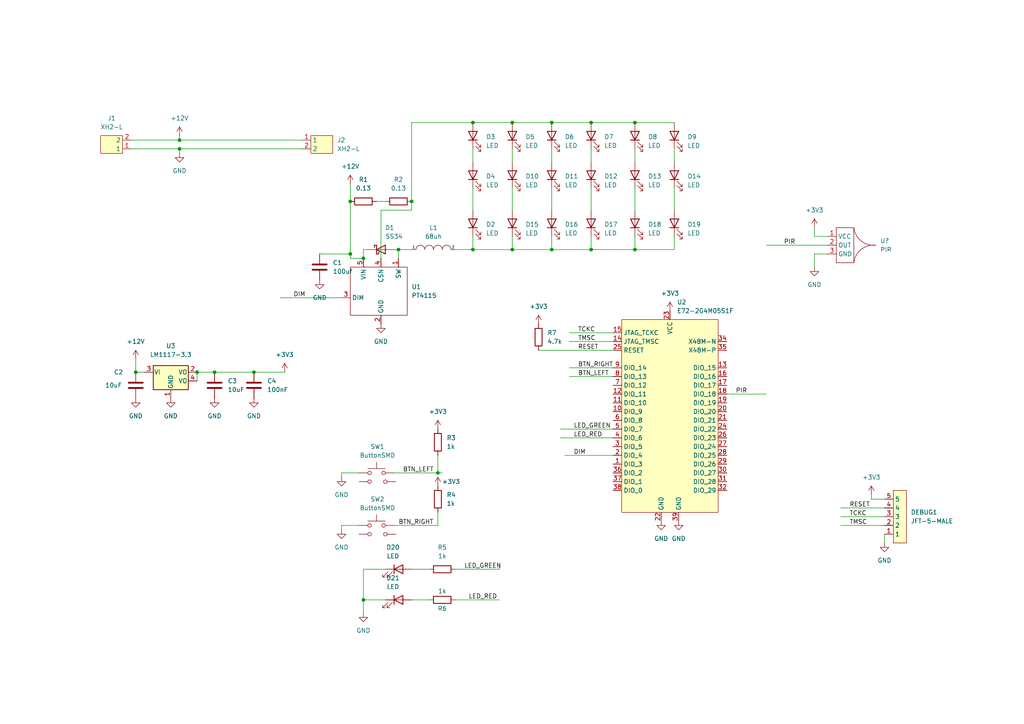
<source format=kicad_sch>
(kicad_sch (version 20211123) (generator eeschema)
  (paper "A4")
  (lib_symbols
    (symbol "Device:C" (pin_numbers hide) (pin_names (offset 0.254))
      (property "Reference" "C" (at 0.635 2.54 0))
      (property "Value" "C" (at 0.635 -2.54 0))
      (symbol "C_0_1"
        (polyline (pts (xy -2.032 -0.762) (xy 2.032 -0.762)) (stroke (width 0.508)))
        (polyline (pts (xy -2.032 0.762) (xy 2.032 0.762)) (stroke (width 0.508)))
      )
      (symbol "C_1_1"
        (pin passive line (at 0 3.81 270) (length 2.794) (name "~") (number "1"))
        (pin passive line (at 0 -3.81 90) (length 2.794) (name "~") (number "2"))
      )
    )
    (symbol "Device:LED" (pin_numbers hide) (pin_names (offset 1.016) hide)
      (property "Reference" "D" (at 0 2.54 0))
      (property "Value" "LED" (at 0 -2.54 0))
      (symbol "LED_0_1"
        (polyline (pts (xy -1.27 -1.27) (xy -1.27 1.27)) (stroke (width 0.254)))
        (polyline (pts (xy -1.27 0) (xy 1.27 0)))
        (polyline (pts (xy 1.27 -1.27) (xy 1.27 1.27) (xy -1.27 0) (xy 1.27 -1.27)) (stroke (width 0.254)))
        (polyline (pts (xy -3.048 -0.762) (xy -4.572 -2.286) (xy -3.81 -2.286) (xy -4.572 -2.286) (xy -4.572 -1.524)))
        (polyline (pts (xy -1.778 -0.762) (xy -3.302 -2.286) (xy -2.54 -2.286) (xy -3.302 -2.286) (xy -3.302 -1.524)))
      )
      (symbol "LED_1_1"
        (pin passive line (at -3.81 0 0) (length 2.54) (name "K") (number "1"))
        (pin passive line (at 3.81 0 180) (length 2.54) (name "A") (number "2"))
      )
    )
    (symbol "Device:R" (pin_numbers hide) (pin_names (offset 0))
      (property "Reference" "R" (at 2.032 0 90))
      (property "Value" "R" (at 0 0 90))
      (symbol "R_0_1"
        (rectangle (start -1.016 -2.54) (end 1.016 2.54) (stroke (width 0.254)))
      )
      (symbol "R_1_1"
        (pin passive line (at 0 3.81 270) (length 1.27) (name "~") (number "1"))
        (pin passive line (at 0 -3.81 90) (length 1.27) (name "~") (number "2"))
      )
    )
    (symbol "custom:ButtonSMD" (pin_numbers hide) (pin_names (offset 1.016) hide)
      (property "Reference" "SW" (at 1.27 2.54 0))
      (property "Value" "ButtonSMD" (at 0 -1.524 0))
      (symbol "ButtonSMD_0_1"
        (circle (center -2.032 -2.54) (radius 0.508))
        (circle (center -2.032 0) (radius 0.508))
        (polyline (pts (xy 0 1.27) (xy 0 3.048)))
        (polyline (pts (xy 2.54 1.27) (xy -2.54 1.27)))
        (circle (center 2.032 0) (radius 0.508))
        (circle (center 2.54 -2.54) (radius 0.508))
        (pin passive line (at -5.08 0 0) (length 2.54) (name "1") (number "1"))
        (pin passive line (at 5.08 0 180) (length 2.54) (name "2") (number "2"))
        (pin passive line (at -5.08 -2.54 0) (length 2.54) (name "1") (number "3"))
        (pin passive line (at 5.588 -2.54 180) (length 2.54) (name "2") (number "4"))
      )
    )
    (symbol "custom:E72-2G4M05S1F"
      (property "Reference" "U" (at -17.78 -10.16 0))
      (property "Value" "E72-2G4M05S1F" (at -19.05 -12.7 0))
      (symbol "E72-2G4M05S1F_0_1"
        (rectangle (start -12.7 45.72) (end 15.24 -10.16) (fill (type background)))
      )
      (symbol "E72-2G4M05S1F_1_1"
        (pin bidirectional line (at -15.24 3.81 0) (length 2.54) (name "DIO_3") (number "1"))
        (pin bidirectional line (at -15.24 19.05 0) (length 2.54) (name "DIO_9") (number "10"))
        (pin bidirectional line (at -15.24 21.59 0) (length 2.54) (name "DIO_10") (number "11"))
        (pin bidirectional line (at -15.24 24.13 0) (length 2.54) (name "DIO_11") (number "12"))
        (pin bidirectional line (at 17.78 31.75 180) (length 2.54) (name "DIO_15") (number "13"))
        (pin bidirectional line (at -15.24 39.37 0) (length 2.54) (name "JTAG_TMSC") (number "14"))
        (pin input line (at -15.24 41.91 0) (length 2.54) (name "JTAG_TCKC") (number "15"))
        (pin bidirectional line (at 17.78 29.21 180) (length 2.54) (name "DIO_16") (number "16"))
        (pin bidirectional line (at 17.78 26.67 180) (length 2.54) (name "DIO_17") (number "17"))
        (pin bidirectional line (at 17.78 24.13 180) (length 2.54) (name "DIO_18") (number "18"))
        (pin bidirectional line (at 17.78 21.59 180) (length 2.54) (name "DIO_19") (number "19"))
        (pin bidirectional line (at -15.24 6.35 0) (length 2.54) (name "DIO_4") (number "2"))
        (pin bidirectional line (at 17.78 19.05 180) (length 2.54) (name "DIO_20") (number "20"))
        (pin bidirectional line (at 17.78 16.51 180) (length 2.54) (name "DIO_21") (number "21"))
        (pin power_in line (at -1.27 -12.7 90) (length 2.54) (name "GND") (number "22"))
        (pin power_in line (at 1.27 48.26 270) (length 2.54) (name "VCC") (number "23"))
        (pin bidirectional line (at 17.78 13.97 180) (length 2.54) (name "DIO_22") (number "24"))
        (pin input line (at -15.24 36.83 0) (length 2.54) (name "RESET") (number "25"))
        (pin bidirectional line (at 17.78 11.43 180) (length 2.54) (name "DIO_23") (number "26"))
        (pin bidirectional line (at 17.78 8.89 180) (length 2.54) (name "DIO_24") (number "27"))
        (pin bidirectional line (at 17.78 6.35 180) (length 2.54) (name "DIO_25") (number "28"))
        (pin bidirectional line (at 17.78 3.81 180) (length 2.54) (name "DIO_26") (number "29"))
        (pin bidirectional line (at -15.24 8.89 0) (length 2.54) (name "DIO_5") (number "3"))
        (pin bidirectional line (at 17.78 1.27 180) (length 2.54) (name "DIO_27") (number "30"))
        (pin bidirectional line (at 17.78 -1.27 180) (length 2.54) (name "DIO_28") (number "31"))
        (pin bidirectional line (at 17.78 -3.81 180) (length 2.54) (name "DIO_29") (number "32"))
        (pin input line (at 17.78 39.37 180) (length 2.54) (name "X48M-N") (number "34"))
        (pin input line (at 17.78 36.83 180) (length 2.54) (name "X48M-P") (number "35"))
        (pin bidirectional line (at -15.24 1.27 0) (length 2.54) (name "DIO_2") (number "36"))
        (pin bidirectional line (at -15.24 -1.27 0) (length 2.54) (name "DIO_1") (number "37"))
        (pin bidirectional line (at -15.24 -3.81 0) (length 2.54) (name "DIO_0") (number "38"))
        (pin input line (at 3.81 -12.7 90) (length 2.54) (name "GND") (number "39"))
        (pin bidirectional line (at -15.24 11.43 0) (length 2.54) (name "DIO_6") (number "4"))
        (pin bidirectional line (at -15.24 13.97 0) (length 2.54) (name "DIO_7") (number "5"))
        (pin bidirectional line (at -15.24 16.51 0) (length 2.54) (name "DIO_8") (number "6"))
        (pin bidirectional line (at -15.24 26.67 0) (length 2.54) (name "DIO_12") (number "7"))
        (pin bidirectional line (at -15.24 29.21 0) (length 2.54) (name "DIO_13") (number "8"))
        (pin bidirectional line (at -15.24 31.75 0) (length 2.54) (name "DIO_14") (number "9"))
      )
    )
    (symbol "custom:JFT-5-MALE"
      (property "Reference" "J" (at 3.81 16.51 0))
      (property "Value" "JFT-5-MALE" (at 6.35 -1.27 0))
      (symbol "JFT-5-MALE_0_1"
        (rectangle (start 2.54 15.24) (end 6.35 0) (fill (type background)))
      )
      (symbol "JFT-5-MALE_1_1"
        (pin passive line (at 0 2.54 0) (length 2.54) (name "1") (number "1"))
        (pin passive line (at 0 5.08 0) (length 2.54) (name "2") (number "2"))
        (pin passive line (at 0 7.62 0) (length 2.54) (name "3") (number "3"))
        (pin passive line (at 0 10.16 0) (length 2.54) (name "4") (number "4"))
        (pin passive line (at 0 12.7 0) (length 2.54) (name "5") (number "5"))
      )
    )
    (symbol "custom:LM1117-3.3" (pin_names (offset 0.254))
      (property "Reference" "U2" (at 0 7.62 0))
      (property "Value" "LM1117-3.3" (at 0 5.08 0))
      (symbol "LM1117-3.3_0_0"
        (pin passive line (at 7.62 -2.54 180) (length 2.54) (name "VO") (number "4"))
      )
      (symbol "LM1117-3.3_0_1"
        (rectangle (start -5.08 -5.08) (end 5.08 1.905) (stroke (width 0.254)) (fill (type background)))
      )
      (symbol "LM1117-3.3_1_1"
        (pin power_in line (at 0 -7.62 90) (length 2.54) (name "GND") (number "1"))
        (pin power_out line (at 7.62 0 180) (length 2.54) (name "VO") (number "2"))
        (pin power_in line (at -7.62 0 0) (length 2.54) (name "VI") (number "3"))
      )
    )
    (symbol "custom:PIR"
      (property "Reference" "U" (at -2.54 6.35 0))
      (property "Value" "PIR" (at 3.81 0 0))
      (symbol "PIR_0_1"
        (rectangle (start -3.81 5.08) (end 1.27 -5.08))
        (arc (start 1.27 5.08) (mid -1.6871 -5.1251) (end 7.62 0))
        (arc (start 7.62 0) (mid -1.6871 5.1251) (end 1.27 -5.08))
      )
      (symbol "PIR_1_1"
        (pin power_in line (at -6.35 2.54 0) (length 2.54) (name "VCC") (number "1"))
        (pin output line (at -6.35 0 0) (length 2.54) (name "OUT") (number "2"))
        (pin power_in line (at -6.35 -2.54 0) (length 2.54) (name "GND") (number "3"))
      )
    )
    (symbol "custom:PT4115"
      (property "Reference" "U" (at 8.89 -1.27 0))
      (property "Value" "PT4115" (at 0 1.27 0))
      (symbol "PT4115_0_1"
        (rectangle (start -8.89 7.62) (end 7.62 -6.35))
      )
      (symbol "PT4115_1_1"
        (pin bidirectional line (at 5.08 10.16 270) (length 2.54) (name "SW") (number "1"))
        (pin input line (at 0 -8.89 90) (length 2.54) (name "GND") (number "2"))
        (pin input line (at -11.43 -1.27 0) (length 2.54) (name "DIM") (number "3"))
        (pin bidirectional line (at 0 10.16 270) (length 2.54) (name "CSN") (number "4"))
        (pin input line (at -5.08 10.16 270) (length 2.54) (name "VIN") (number "5"))
      )
    )
    (symbol "custom:SS34" (pin_numbers hide) (pin_names (offset 1.016) hide)
      (property "Reference" "D" (at 0 2.54 0))
      (property "Value" "SS34" (at 0 -2.54 0))
      (symbol "SS34_0_1"
        (polyline (pts (xy 1.27 0) (xy -1.27 0)))
        (polyline (pts (xy 1.27 1.27) (xy 1.27 -1.27) (xy -1.27 0) (xy 1.27 1.27)) (stroke (width 0.254)))
        (polyline (pts (xy -1.905 0.635) (xy -1.905 1.27) (xy -1.27 1.27) (xy -1.27 -1.27) (xy -0.635 -1.27) (xy -0.635 -0.635)) (stroke (width 0.254)))
      )
      (symbol "SS34_1_1"
        (pin passive line (at -3.81 0 0) (length 2.54) (name "K") (number "1"))
        (pin passive line (at 3.81 0 180) (length 2.54) (name "A") (number "2"))
      )
    )
    (symbol "custom:XH2-L"
      (property "Reference" "J" (at 1.27 7.62 0))
      (property "Value" "XH2-L" (at 0 0 0))
      (symbol "XH2-L_0_1"
        (rectangle (start 0 6.35) (end 6.35 1.27) (fill (type background)))
      )
      (symbol "XH2-L_1_1"
        (pin input line (at -2.54 5.08 0) (length 2.54) (name "1") (number "1"))
        (pin input line (at -2.54 2.54 0) (length 2.54) (name "2") (number "2"))
      )
    )
    (symbol "power:+12V" (power) (pin_names (offset 0))
      (property "Value" "+12V" (at 0 3.556 0))
      (symbol "+12V_0_1"
        (polyline (pts (xy -0.762 1.27) (xy 0 2.54)))
        (polyline (pts (xy 0 0) (xy 0 2.54)))
        (polyline (pts (xy 0 2.54) (xy 0.762 1.27)))
      )
      (symbol "+12V_1_1"
        (pin power_in line (at 0 0 90) (length 0) hide (name "+12V") (number "1"))
      )
    )
    (symbol "power:+3.3V" (power) (pin_names (offset 0))
      (property "Value" "+3.3V" (at 0 3.556 0))
      (symbol "+3.3V_0_1"
        (polyline (pts (xy -0.762 1.27) (xy 0 2.54)))
        (polyline (pts (xy 0 0) (xy 0 2.54)))
        (polyline (pts (xy 0 2.54) (xy 0.762 1.27)))
      )
      (symbol "+3.3V_1_1"
        (pin power_in line (at 0 0 90) (length 0) hide (name "+3V3") (number "1"))
      )
    )
    (symbol "power:GND" (power) (pin_names (offset 0))
      (property "Value" "GND" (at 0 -3.81 0))
      (symbol "GND_0_1"
        (polyline (pts (xy 0 0) (xy 0 -1.27) (xy 1.27 -1.27) (xy 0 -2.54) (xy -1.27 -1.27) (xy 0 -1.27)))
      )
      (symbol "GND_1_1"
        (pin power_in line (at 0 0 270) (length 0) hide (name "GND") (number "1"))
      )
    )
    (symbol "pspice:INDUCTOR" (pin_numbers hide) (pin_names (offset 0))
      (property "Reference" "L" (at 0 2.54 0))
      (property "Value" "INDUCTOR" (at 0 -1.27 0))
      (symbol "INDUCTOR_0_1"
        (arc (start -2.54 0) (mid -3.81 1.27) (end -5.08 0))
        (arc (start 0 0) (mid -1.27 1.27) (end -2.54 0))
        (arc (start 2.54 0) (mid 1.27 1.27) (end 0 0))
        (arc (start 5.08 0) (mid 3.81 1.27) (end 2.54 0))
      )
      (symbol "INDUCTOR_1_1"
        (pin input line (at -6.35 0 0) (length 1.27) (name "1") (number "1"))
        (pin input line (at 6.35 0 180) (length 1.27) (name "2") (number "2"))
      )
    )
  )
  (junction (at 160.02 35.56))
  (junction (at 171.45 72.39))
  (junction (at 127 137.16))
  (junction (at 115.57 72.39))
  (junction (at 119.38 58.42))
  (junction (at 101.6 73.66))
  (junction (at 137.16 35.56))
  (junction (at 105.41 173.99))
  (junction (at 148.59 35.56))
  (junction (at 184.15 35.56))
  (junction (at 62.23 107.95))
  (junction (at 73.66 107.95))
  (junction (at 148.59 72.39))
  (junction (at 105.41 74.93))
  (junction (at 52.07 43.18))
  (junction (at 137.16 72.39))
  (junction (at 160.02 72.39))
  (junction (at 171.45 35.56))
  (junction (at 39.37 107.95))
  (junction (at 52.07 40.64))
  (junction (at 57.15 107.95))
  (junction (at 184.15 72.39))
  (junction (at 101.6 58.42))
  (wire (pts (xy 127 132.08) (xy 127 137.16)))
  (wire (pts (xy 195.58 72.39) (xy 195.58 68.58)))
  (wire (pts (xy 160.02 72.39) (xy 160.02 68.58)))
  (wire (pts (xy 195.58 43.18) (xy 195.58 46.99)))
  (wire (pts (xy 256.54 144.78) (xy 252.73 144.78)))
  (wire (pts (xy 243.84 147.32) (xy 256.54 147.32)))
  (wire (pts (xy 111.76 173.99) (xy 105.41 173.99)))
  (wire (pts (xy 148.59 72.39) (xy 160.02 72.39)))
  (wire (pts (xy 41.91 107.95) (xy 39.37 107.95)))
  (wire (pts (xy 171.45 72.39) (xy 171.45 68.58)))
  (wire (pts (xy 119.38 58.42) (xy 119.38 60.96)))
  (wire (pts (xy 73.66 107.95) (xy 82.55 107.95)))
  (wire (pts (xy 132.08 165.1) (xy 144.78 165.1)))
  (wire (pts (xy 137.16 72.39) (xy 137.16 68.58)))
  (wire (pts (xy 101.6 74.93) (xy 105.41 74.93)))
  (wire (pts (xy 162.56 127) (xy 177.8 127)))
  (wire (pts (xy 39.37 107.95) (xy 39.37 104.14)))
  (wire (pts (xy 110.49 74.93) (xy 110.49 60.96)))
  (wire (pts (xy 171.45 35.56) (xy 184.15 35.56)))
  (wire (pts (xy 184.15 72.39) (xy 184.15 68.58)))
  (wire (pts (xy 101.6 58.42) (xy 101.6 73.66)))
  (wire (pts (xy 106.68 72.39) (xy 105.41 72.39)))
  (wire (pts (xy 110.49 60.96) (xy 119.38 60.96)))
  (wire (pts (xy 104.14 152.4) (xy 99.06 152.4)))
  (wire (pts (xy 111.76 165.1) (xy 105.41 165.1)))
  (wire (pts (xy 165.1 96.52) (xy 177.8 96.52)))
  (wire (pts (xy 109.22 58.42) (xy 111.76 58.42)))
  (wire (pts (xy 52.07 40.64) (xy 87.63 40.64)))
  (wire (pts (xy 184.15 43.18) (xy 184.15 46.99)))
  (wire (pts (xy 165.1 109.22) (xy 177.8 109.22)))
  (wire (pts (xy 119.38 173.99) (xy 124.46 173.99)))
  (wire (pts (xy 127 137.16) (xy 128.27 137.16)))
  (wire (pts (xy 101.6 73.66) (xy 101.6 74.93)))
  (wire (pts (xy 144.78 163.83) (xy 144.78 165.1)))
  (wire (pts (xy 105.41 72.39) (xy 105.41 74.93)))
  (wire (pts (xy 115.57 72.39) (xy 119.38 72.39)))
  (wire (pts (xy 114.3 152.4) (xy 127 152.4)))
  (wire (pts (xy 240.03 73.66) (xy 236.22 73.66)))
  (wire (pts (xy 171.45 43.18) (xy 171.45 46.99)))
  (wire (pts (xy 137.16 72.39) (xy 148.59 72.39)))
  (wire (pts (xy 57.15 107.95) (xy 57.15 110.49)))
  (wire (pts (xy 243.84 152.4) (xy 256.54 152.4)))
  (wire (pts (xy 165.1 106.68) (xy 177.8 106.68)))
  (wire (pts (xy 160.02 72.39) (xy 171.45 72.39)))
  (wire (pts (xy 119.38 35.56) (xy 119.38 58.42)))
  (wire (pts (xy 243.84 149.86) (xy 256.54 149.86)))
  (wire (pts (xy 92.71 73.66) (xy 101.6 73.66)))
  (wire (pts (xy 137.16 54.61) (xy 137.16 60.96)))
  (wire (pts (xy 115.57 72.39) (xy 115.57 74.93)))
  (wire (pts (xy 104.14 137.16) (xy 99.06 137.16)))
  (wire (pts (xy 195.58 54.61) (xy 195.58 60.96)))
  (wire (pts (xy 148.59 35.56) (xy 160.02 35.56)))
  (wire (pts (xy 184.15 54.61) (xy 184.15 60.96)))
  (wire (pts (xy 114.3 137.16) (xy 127 137.16)))
  (wire (pts (xy 252.73 144.78) (xy 252.73 143.51)))
  (wire (pts (xy 38.1 43.18) (xy 52.07 43.18)))
  (wire (pts (xy 137.16 43.18) (xy 137.16 46.99)))
  (wire (pts (xy 160.02 43.18) (xy 160.02 46.99)))
  (wire (pts (xy 156.21 101.6) (xy 177.8 101.6)))
  (wire (pts (xy 148.59 43.18) (xy 148.59 46.99)))
  (wire (pts (xy 163.83 132.08) (xy 177.8 132.08)))
  (wire (pts (xy 119.38 165.1) (xy 124.46 165.1)))
  (wire (pts (xy 52.07 39.37) (xy 52.07 40.64)))
  (wire (pts (xy 101.6 53.34) (xy 101.6 58.42)))
  (wire (pts (xy 222.25 71.12) (xy 240.03 71.12)))
  (wire (pts (xy 52.07 43.18) (xy 52.07 44.45)))
  (wire (pts (xy 165.1 99.06) (xy 177.8 99.06)))
  (wire (pts (xy 210.82 114.3) (xy 222.25 114.3)))
  (wire (pts (xy 184.15 35.56) (xy 195.58 35.56)))
  (wire (pts (xy 81.28 86.36) (xy 99.06 86.36)))
  (wire (pts (xy 127 148.59) (xy 127 152.4)))
  (wire (pts (xy 137.16 35.56) (xy 148.59 35.56)))
  (wire (pts (xy 38.1 40.64) (xy 52.07 40.64)))
  (wire (pts (xy 236.22 68.58) (xy 236.22 66.04)))
  (wire (pts (xy 171.45 54.61) (xy 171.45 60.96)))
  (wire (pts (xy 52.07 43.18) (xy 87.63 43.18)))
  (wire (pts (xy 137.16 35.56) (xy 119.38 35.56)))
  (wire (pts (xy 184.15 72.39) (xy 195.58 72.39)))
  (wire (pts (xy 114.3 72.39) (xy 115.57 72.39)))
  (wire (pts (xy 57.15 107.95) (xy 62.23 107.95)))
  (wire (pts (xy 132.08 72.39) (xy 137.16 72.39)))
  (wire (pts (xy 132.08 173.99) (xy 144.78 173.99)))
  (wire (pts (xy 99.06 137.16) (xy 99.06 138.43)))
  (wire (pts (xy 148.59 54.61) (xy 148.59 60.96)))
  (wire (pts (xy 105.41 165.1) (xy 105.41 173.99)))
  (wire (pts (xy 99.06 152.4) (xy 99.06 153.67)))
  (wire (pts (xy 256.54 154.94) (xy 256.54 157.48)))
  (wire (pts (xy 171.45 72.39) (xy 184.15 72.39)))
  (wire (pts (xy 148.59 72.39) (xy 148.59 68.58)))
  (wire (pts (xy 105.41 173.99) (xy 105.41 177.8)))
  (wire (pts (xy 236.22 73.66) (xy 236.22 77.47)))
  (wire (pts (xy 62.23 107.95) (xy 73.66 107.95)))
  (wire (pts (xy 160.02 54.61) (xy 160.02 60.96)))
  (wire (pts (xy 240.03 68.58) (xy 236.22 68.58)))
  (wire (pts (xy 162.56 124.46) (xy 177.8 124.46)))
  (wire (pts (xy 160.02 35.56) (xy 171.45 35.56)))
  (label "RESET" (at 246.38 147.32 0))
  (label "RESET" (at 167.64 101.6 0))
  (label "PIR" (at 213.36 114.3 0))
  (label "BTN_RIGHT" (at 115.57 152.4 0))
  (label "TMSC" (at 167.64 99.06 0))
  (label "LED_GREEN" (at 134.62 165.1 0))
  (label "LED_GREEN" (at 166.37 124.46 0))
  (label "DIM" (at 166.37 132.08 0))
  (label "TCKC" (at 246.38 149.86 0))
  (label "BTN_LEFT" (at 116.84 137.16 0))
  (label "BTN_RIGHT" (at 167.64 106.68 0))
  (label "PIR" (at 227.33 71.12 0))
  (label "BTN_LEFT" (at 167.64 109.22 0))
  (label "TCKC" (at 167.64 96.52 0))
  (label "LED_RED" (at 166.37 127 0))
  (label "LED_RED" (at 135.89 173.99 0))
  (label "TMSC" (at 246.38 152.4 0))
  (label "DIM" (at 85.09 86.36 0))
  (symbol (lib_id "Device:R") (at 115.57 58.42 90) (unit 1)
    (property "Reference" "R2" (at 115.57 52.07 90))
    (property "Value" "0.13" (at 115.57 54.61 90))
    (property "Footprint" "Resistor_SMD:R_0603_1608Metric_Pad0.98x0.95mm_HandSolder" (effects hide))
  )
  (symbol (lib_id "Device:C") (at 73.66 111.76 0) (unit 1)
    (property "Reference" "C4" (at 77.47 110.4899 0) (effects (justify left)))
    (property "Value" "100nF" (at 77.47 113.0299 0) (effects (justify left)))
    (property "Footprint" "Capacitor_SMD:C_0603_1608Metric_Pad1.08x0.95mm_HandSolder" (effects hide))
  )
  (symbol (lib_id "power:GND") (at 110.49 93.98 0) (unit 1)
    (property "Reference" "#PWR0112" (effects hide))
    (property "Value" "GND" (at 110.49 99.06 0))
  )
  (symbol (lib_id "Device:LED") (at 137.16 64.77 90) (unit 1)
    (property "Reference" "D2" (at 140.97 65.0874 90) (effects (justify right)))
    (property "Value" "LED" (at 140.97 67.6274 90) (effects (justify right)))
    (property "Footprint" "LED_SMD:LED_Yuji_5730" (effects hide))
  )
  (symbol (lib_id "power:+3.3V") (at 194.31 90.17 0) (unit 1)
    (property "Reference" "#PWR0104" (effects hide))
    (property "Value" "+3.3V" (at 194.31 85.09 0))
  )
  (symbol (lib_id "power:+3.3V") (at 127 124.46 0) (unit 1)
    (property "Reference" "#PWR0115" (effects hide))
    (property "Value" "+3.3V" (at 127 119.38 0))
  )
  (symbol (lib_id "power:GND") (at 92.71 81.28 0) (unit 1)
    (property "Reference" "#PWR0111" (effects hide))
    (property "Value" "GND" (at 92.71 86.36 0))
  )
  (symbol (lib_id "power:GND") (at 52.07 44.45 0) (unit 1)
    (property "Reference" "#PWR0102" (effects hide))
    (property "Value" "GND" (at 52.07 49.53 0))
  )
  (symbol (lib_id "Device:LED") (at 171.45 39.37 90) (unit 1)
    (property "Reference" "D7" (at 175.26 39.6874 90) (effects (justify right)))
    (property "Value" "LED" (at 175.26 42.2274 90) (effects (justify right)))
    (property "Footprint" "LED_SMD:LED_Yuji_5730" (effects hide))
  )
  (symbol (lib_id "Device:C") (at 39.37 111.76 0) (unit 1)
    (property "Reference" "C2" (at 33.02 107.95 0) (effects (justify left)))
    (property "Value" "10uF" (at 30.48 111.76 0) (effects (justify left)))
    (property "Footprint" "Capacitor_SMD:C_0603_1608Metric_Pad1.08x0.95mm_HandSolder" (effects hide))
  )
  (symbol (lib_id "custom:E72-2G4M05S1F") (at 193.04 138.43 0) (unit 1)
    (property "Reference" "U2" (at 196.3294 87.63 0) (effects (justify left)))
    (property "Value" "E72-2G4M05S1F" (at 196.3294 90.17 0) (effects (justify left)))
    (property "Footprint" "custom:E72-2G4M05S1F" (effects hide))
  )
  (symbol (lib_id "Device:R") (at 127 144.78 0) (unit 1)
    (property "Reference" "R4" (at 129.54 143.5099 0) (effects (justify left)))
    (property "Value" "1k" (at 129.54 146.0499 0) (effects (justify left)))
    (property "Footprint" "Resistor_SMD:R_0603_1608Metric_Pad0.98x0.95mm_HandSolder" (effects hide))
  )
  (symbol (lib_id "custom:ButtonSMD") (at 109.22 137.16 0) (unit 1)
    (property "Reference" "SW1" (at 109.474 129.54 0))
    (property "Value" "ButtonSMD" (at 109.474 132.08 0))
    (property "Footprint" "custom:ButtonSMD" (effects hide))
  )
  (symbol (lib_id "Device:R") (at 105.41 58.42 90) (unit 1)
    (property "Reference" "R1" (at 105.41 52.07 90))
    (property "Value" "0.13" (at 105.41 54.61 90))
    (property "Footprint" "Resistor_SMD:R_0603_1608Metric_Pad0.98x0.95mm_HandSolder" (effects hide))
  )
  (symbol (lib_id "custom:PIR") (at 246.38 71.12 0) (unit 1)
    (property "Reference" "U?" (at 255.27 69.8499 0) (effects (justify left)))
    (property "Value" "PIR" (at 255.27 72.3899 0) (effects (justify left)))
  )
  (symbol (lib_id "power:+3.3V") (at 82.55 107.95 0) (unit 1)
    (property "Reference" "#PWR0110" (effects hide))
    (property "Value" "+3.3V" (at 82.55 102.87 0))
  )
  (symbol (lib_id "Device:R") (at 156.21 97.79 0) (unit 1)
    (property "Reference" "R7" (at 158.75 96.5199 0) (effects (justify left)))
    (property "Value" "4.7k" (at 158.75 99.0599 0) (effects (justify left)))
    (property "Footprint" "Resistor_SMD:R_0603_1608Metric_Pad0.98x0.95mm_HandSolder" (effects hide))
  )
  (symbol (lib_id "power:+12V") (at 39.37 104.14 0) (unit 1)
    (property "Reference" "#PWR0108" (effects hide))
    (property "Value" "+12V" (at 39.37 99.06 0))
  )
  (symbol (lib_id "Device:LED") (at 137.16 50.8 90) (unit 1)
    (property "Reference" "D4" (at 140.97 51.1174 90) (effects (justify right)))
    (property "Value" "LED" (at 140.97 53.6574 90) (effects (justify right)))
    (property "Footprint" "LED_SMD:LED_Yuji_5730" (effects hide))
  )
  (symbol (lib_id "power:GND") (at 256.54 157.48 0) (unit 1)
    (property "Reference" "#PWR0120" (effects hide))
    (property "Value" "GND" (at 256.54 162.56 0))
  )
  (symbol (lib_id "power:GND") (at 39.37 115.57 0) (unit 1)
    (property "Reference" "#PWR0107" (effects hide))
    (property "Value" "GND" (at 39.37 120.65 0))
  )
  (symbol (lib_id "custom:ButtonSMD") (at 109.22 152.4 0) (unit 1)
    (property "Reference" "SW2" (at 109.474 144.78 0))
    (property "Value" "ButtonSMD" (at 109.474 147.32 0))
    (property "Footprint" "custom:ButtonSMD" (effects hide))
  )
  (symbol (lib_id "Device:LED") (at 195.58 50.8 90) (unit 1)
    (property "Reference" "D14" (at 199.39 51.1174 90) (effects (justify right)))
    (property "Value" "LED" (at 199.39 53.6574 90) (effects (justify right)))
    (property "Footprint" "LED_SMD:LED_Yuji_5730" (effects hide))
  )
  (symbol (lib_id "custom:XH2-L") (at 35.56 38.1 180) (unit 1)
    (property "Reference" "J1" (at 32.385 34.29 0))
    (property "Value" "XH2-L" (at 32.385 36.83 0))
    (property "Footprint" "custom:XH2-H" (effects hide))
  )
  (symbol (lib_id "Device:LED") (at 184.15 39.37 90) (unit 1)
    (property "Reference" "D8" (at 187.96 39.6874 90) (effects (justify right)))
    (property "Value" "LED" (at 187.96 42.2274 90) (effects (justify right)))
    (property "Footprint" "LED_SMD:LED_Yuji_5730" (effects hide))
  )
  (symbol (lib_id "power:+3.3V") (at 156.21 93.98 0) (unit 1)
    (property "Reference" "#PWR0105" (effects hide))
    (property "Value" "+3.3V" (at 156.21 88.9 0))
  )
  (symbol (lib_id "Device:LED") (at 171.45 50.8 90) (unit 1)
    (property "Reference" "D12" (at 175.26 51.1174 90) (effects (justify right)))
    (property "Value" "LED" (at 175.26 53.6574 90) (effects (justify right)))
    (property "Footprint" "LED_SMD:LED_Yuji_5730" (effects hide))
  )
  (symbol (lib_id "power:GND") (at 191.77 151.13 0) (unit 1)
    (property "Reference" "#PWR0122" (effects hide))
    (property "Value" "GND" (at 191.77 156.21 0))
  )
  (symbol (lib_id "Device:R") (at 127 128.27 0) (unit 1)
    (property "Reference" "R3" (at 129.54 126.9999 0) (effects (justify left)))
    (property "Value" "1k" (at 129.54 129.5399 0) (effects (justify left)))
    (property "Footprint" "Resistor_SMD:R_0603_1608Metric_Pad0.98x0.95mm_HandSolder" (effects hide))
  )
  (symbol (lib_id "Device:LED") (at 184.15 50.8 90) (unit 1)
    (property "Reference" "D13" (at 187.96 51.1174 90) (effects (justify right)))
    (property "Value" "LED" (at 187.96 53.6574 90) (effects (justify right)))
    (property "Footprint" "LED_SMD:LED_Yuji_5730" (effects hide))
  )
  (symbol (lib_id "Device:C") (at 62.23 111.76 0) (unit 1)
    (property "Reference" "C3" (at 66.04 110.4899 0) (effects (justify left)))
    (property "Value" "10uF" (at 66.04 113.0299 0) (effects (justify left)))
    (property "Footprint" "Capacitor_SMD:C_0603_1608Metric_Pad1.08x0.95mm_HandSolder" (effects hide))
  )
  (symbol (lib_id "power:GND") (at 99.06 153.67 0) (unit 1)
    (property "Reference" "#PWR0117" (effects hide))
    (property "Value" "GND" (at 99.06 158.75 0))
  )
  (symbol (lib_id "Device:LED") (at 160.02 39.37 90) (unit 1)
    (property "Reference" "D6" (at 163.83 39.6874 90) (effects (justify right)))
    (property "Value" "LED" (at 163.83 42.2274 90) (effects (justify right)))
    (property "Footprint" "LED_SMD:LED_Yuji_5730" (effects hide))
  )
  (symbol (lib_id "power:GND") (at 105.41 177.8 0) (unit 1)
    (property "Reference" "#PWR0118" (effects hide))
    (property "Value" "GND" (at 105.41 182.88 0))
  )
  (symbol (lib_id "power:+3.3V") (at 127 140.97 0) (unit 1)
    (property "Reference" "#PWR0116" (effects hide))
    (property "Value" "+3.3V" (at 130.81 139.7 0))
  )
  (symbol (lib_id "custom:LM1117-3.3") (at 49.53 107.95 0) (unit 1)
    (property "Reference" "U3" (at 49.53 100.33 0))
    (property "Value" "LM1117-3.3" (at 49.53 102.87 0))
    (property "Footprint" "Package_TO_SOT_SMD:SOT-223" (effects hide))
    (property "Datasheet" "http://www.ti.com/lit/ds/symlink/lm1117.pdf" (effects hide))
  )
  (symbol (lib_id "Device:LED") (at 195.58 64.77 90) (unit 1)
    (property "Reference" "D19" (at 199.39 65.0874 90) (effects (justify right)))
    (property "Value" "LED" (at 199.39 67.6274 90) (effects (justify right)))
    (property "Footprint" "LED_SMD:LED_Yuji_5730" (effects hide))
  )
  (symbol (lib_id "custom:SS34") (at 110.49 72.39 0) (unit 1)
    (property "Reference" "D1" (at 113.03 66.04 0))
    (property "Value" "SS34" (at 114.3 68.58 0))
    (property "Footprint" "custom:SS34" (effects hide))
  )
  (symbol (lib_id "power:+3.3V") (at 236.22 66.04 0) (unit 1)
    (property "Reference" "#PWR?" (effects hide))
    (property "Value" "+3.3V" (at 236.22 60.96 0))
  )
  (symbol (lib_id "power:GND") (at 236.22 77.47 0) (unit 1)
    (property "Reference" "#PWR?" (effects hide))
    (property "Value" "GND" (at 236.22 82.55 0))
  )
  (symbol (lib_id "Device:R") (at 128.27 165.1 270) (unit 1)
    (property "Reference" "R5" (at 128.27 158.75 90))
    (property "Value" "1k" (at 128.27 161.29 90))
    (property "Footprint" "Resistor_SMD:R_0603_1608Metric_Pad0.98x0.95mm_HandSolder" (effects hide))
  )
  (symbol (lib_id "power:GND") (at 99.06 138.43 0) (unit 1)
    (property "Reference" "#PWR0114" (effects hide))
    (property "Value" "GND" (at 99.06 143.51 0))
  )
  (symbol (lib_id "Device:LED") (at 184.15 64.77 90) (unit 1)
    (property "Reference" "D18" (at 187.96 65.0874 90) (effects (justify right)))
    (property "Value" "LED" (at 187.96 67.6274 90) (effects (justify right)))
    (property "Footprint" "LED_SMD:LED_Yuji_5730" (effects hide))
  )
  (symbol (lib_id "custom:PT4115") (at 110.49 85.09 0) (unit 1)
    (property "Reference" "U1" (at 119.38 83.1849 0) (effects (justify left)))
    (property "Value" "PT4115" (at 119.38 85.7249 0) (effects (justify left)))
    (property "Footprint" "Package_TO_SOT_SMD:SOT-89-5_Handsoldering" (effects hide))
  )
  (symbol (lib_id "Device:LED") (at 160.02 50.8 90) (unit 1)
    (property "Reference" "D11" (at 163.83 51.1174 90) (effects (justify right)))
    (property "Value" "LED" (at 163.83 53.6574 90) (effects (justify right)))
    (property "Footprint" "LED_SMD:LED_Yuji_5730" (effects hide))
  )
  (symbol (lib_id "Device:C") (at 92.71 77.47 0) (unit 1)
    (property "Reference" "C1" (at 96.52 76.1999 0) (effects (justify left)))
    (property "Value" "100uf" (at 96.52 78.7399 0) (effects (justify left)))
    (property "Footprint" "Capacitor_SMD:C_1210_3225Metric_Pad1.33x2.70mm_HandSolder" (effects hide))
  )
  (symbol (lib_id "Device:LED") (at 148.59 39.37 90) (unit 1)
    (property "Reference" "D5" (at 152.4 39.6874 90) (effects (justify right)))
    (property "Value" "LED" (at 152.4 42.2274 90) (effects (justify right)))
    (property "Footprint" "LED_SMD:LED_Yuji_5730" (effects hide))
  )
  (symbol (lib_id "power:+3.3V") (at 252.73 143.51 0) (unit 1)
    (property "Reference" "#PWR0121" (effects hide))
    (property "Value" "+3.3V" (at 252.73 138.43 0))
  )
  (symbol (lib_id "Device:LED") (at 137.16 39.37 90) (unit 1)
    (property "Reference" "D3" (at 140.97 39.6874 90) (effects (justify right)))
    (property "Value" "LED" (at 140.97 42.2274 90) (effects (justify right)))
    (property "Footprint" "LED_SMD:LED_Yuji_5730" (effects hide))
  )
  (symbol (lib_id "Device:LED") (at 148.59 50.8 90) (unit 1)
    (property "Reference" "D10" (at 152.4 51.1174 90) (effects (justify right)))
    (property "Value" "LED" (at 152.4 53.6574 90) (effects (justify right)))
    (property "Footprint" "LED_SMD:LED_Yuji_5730" (effects hide))
  )
  (symbol (lib_id "custom:JFT-5-MALE") (at 256.54 157.48 0) (unit 1)
    (property "Reference" "DEBUG1" (at 264.16 148.5899 0) (effects (justify left)))
    (property "Value" "JFT-5-MALE" (at 264.16 151.1299 0) (effects (justify left)))
    (property "Footprint" "custom:JST-5-male" (effects hide))
  )
  (symbol (lib_id "Device:LED") (at 160.02 64.77 90) (unit 1)
    (property "Reference" "D16" (at 163.83 65.0874 90) (effects (justify right)))
    (property "Value" "LED" (at 163.83 67.6274 90) (effects (justify right)))
    (property "Footprint" "LED_SMD:LED_Yuji_5730" (effects hide))
  )
  (symbol (lib_id "pspice:INDUCTOR") (at 125.73 72.39 0) (unit 1)
    (property "Reference" "L1" (at 125.73 66.04 0))
    (property "Value" "68uh" (at 125.73 68.58 0))
    (property "Footprint" "custom:RH127" (effects hide))
  )
  (symbol (lib_id "Device:LED") (at 115.57 165.1 0) (unit 1)
    (property "Reference" "D20" (at 113.9825 158.75 0))
    (property "Value" "LED" (at 113.9825 161.29 0))
    (property "Footprint" "LED_SMD:LED_0603_1608Metric_Pad1.05x0.95mm_HandSolder" (effects hide))
  )
  (symbol (lib_id "Device:LED") (at 171.45 64.77 90) (unit 1)
    (property "Reference" "D17" (at 175.26 65.0874 90) (effects (justify right)))
    (property "Value" "LED" (at 175.26 67.6274 90) (effects (justify right)))
    (property "Footprint" "LED_SMD:LED_Yuji_5730" (effects hide))
  )
  (symbol (lib_id "power:+12V") (at 101.6 53.34 0) (unit 1)
    (property "Reference" "#PWR0103" (effects hide))
    (property "Value" "+12V" (at 101.6 48.26 0))
  )
  (symbol (lib_id "power:GND") (at 73.66 115.57 0) (unit 1)
    (property "Reference" "#PWR0113" (effects hide))
    (property "Value" "GND" (at 73.66 120.65 0))
  )
  (symbol (lib_id "Device:LED") (at 115.57 173.99 0) (unit 1)
    (property "Reference" "D21" (at 113.9825 167.64 0))
    (property "Value" "LED" (at 113.9825 170.18 0))
    (property "Footprint" "LED_SMD:LED_0603_1608Metric_Pad1.05x0.95mm_HandSolder" (effects hide))
  )
  (symbol (lib_id "power:GND") (at 62.23 115.57 0) (unit 1)
    (property "Reference" "#PWR0109" (effects hide))
    (property "Value" "GND" (at 62.23 120.65 0))
  )
  (symbol (lib_id "custom:XH2-L") (at 90.17 45.72 0) (unit 1)
    (property "Reference" "J2" (at 97.79 40.6399 0) (effects (justify left)))
    (property "Value" "XH2-L" (at 97.79 43.1799 0) (effects (justify left)))
    (property "Footprint" "custom:XH2-H" (effects hide))
  )
  (symbol (lib_id "Device:LED") (at 148.59 64.77 90) (unit 1)
    (property "Reference" "D15" (at 152.4 65.0874 90) (effects (justify right)))
    (property "Value" "LED" (at 152.4 67.6274 90) (effects (justify right)))
    (property "Footprint" "LED_SMD:LED_Yuji_5730" (effects hide))
  )
  (symbol (lib_id "Device:R") (at 128.27 173.99 270) (unit 1)
    (property "Reference" "R6" (at 128.27 176.53 90))
    (property "Value" "1k" (at 128.27 171.45 90))
    (property "Footprint" "Resistor_SMD:R_0603_1608Metric_Pad0.98x0.95mm_HandSolder" (effects hide))
  )
  (symbol (lib_id "Device:LED") (at 195.58 39.37 90) (unit 1)
    (property "Reference" "D9" (at 199.39 39.6874 90) (effects (justify right)))
    (property "Value" "LED" (at 199.39 42.2274 90) (effects (justify right)))
    (property "Footprint" "LED_SMD:LED_Yuji_5730" (effects hide))
  )
  (symbol (lib_id "power:GND") (at 196.85 151.13 0) (unit 1)
    (property "Reference" "#PWR0119" (effects hide))
    (property "Value" "GND" (at 196.85 156.21 0))
  )
  (symbol (lib_id "power:GND") (at 49.53 115.57 0) (unit 1)
    (property "Reference" "#PWR0106" (effects hide))
    (property "Value" "GND" (at 49.53 120.65 0))
  )
  (symbol (lib_id "power:+12V") (at 52.07 39.37 0) (unit 1)
    (property "Reference" "#PWR0101" (effects hide))
    (property "Value" "+12V" (at 52.07 34.29 0))
  )
)
</source>
